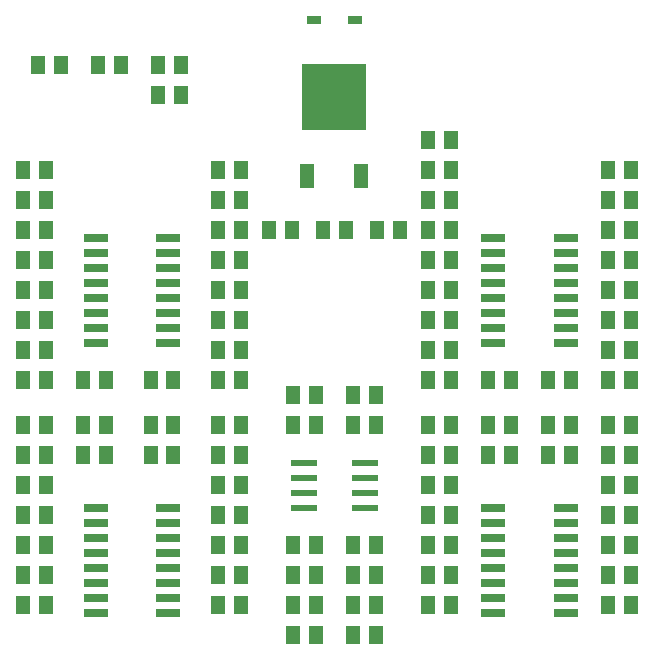
<source format=gbr>
G04 EAGLE Gerber RS-274X export*
G75*
%MOMM*%
%FSLAX34Y34*%
%LPD*%
%INSolderpaste Top*%
%IPPOS*%
%AMOC8*
5,1,8,0,0,1.08239X$1,22.5*%
G01*
%ADD10R,1.300000X1.500000*%
%ADD11R,1.200000X0.750000*%
%ADD12R,2.032000X0.660400*%
%ADD13R,2.200000X0.600000*%
%ADD14R,1.300000X2.150000*%
%ADD15R,5.500000X5.700000*%


D10*
X308000Y266700D03*
X327000Y266700D03*
X212700Y114300D03*
X193700Y114300D03*
X193700Y190500D03*
X212700Y190500D03*
X28600Y457200D03*
X47600Y457200D03*
X212700Y457200D03*
X193700Y457200D03*
X47600Y406400D03*
X28600Y406400D03*
X47600Y330200D03*
X28600Y330200D03*
X47600Y355600D03*
X28600Y355600D03*
X193700Y406400D03*
X212700Y406400D03*
X212700Y304800D03*
X193700Y304800D03*
X98400Y241300D03*
X79400Y241300D03*
X212700Y330200D03*
X193700Y330200D03*
X390500Y457200D03*
X371500Y457200D03*
X542900Y457200D03*
X523900Y457200D03*
X390500Y381000D03*
X371500Y381000D03*
X390500Y355600D03*
X371500Y355600D03*
X390500Y330200D03*
X371500Y330200D03*
X523900Y406400D03*
X542900Y406400D03*
X422300Y279400D03*
X441300Y279400D03*
X542900Y330200D03*
X523900Y330200D03*
X193700Y241300D03*
X212700Y241300D03*
X390500Y215900D03*
X371500Y215900D03*
X390500Y190500D03*
X371500Y190500D03*
X390500Y139700D03*
X371500Y139700D03*
X390500Y114300D03*
X371500Y114300D03*
X492100Y215900D03*
X473100Y215900D03*
X390500Y88900D03*
X371500Y88900D03*
X542900Y88900D03*
X523900Y88900D03*
X542900Y114300D03*
X523900Y114300D03*
X390500Y241300D03*
X371500Y241300D03*
X47600Y165100D03*
X28600Y165100D03*
X371500Y304800D03*
X390500Y304800D03*
X92100Y546100D03*
X111100Y546100D03*
X212700Y279400D03*
X193700Y279400D03*
X308000Y88900D03*
X327000Y88900D03*
X47600Y88900D03*
X28600Y88900D03*
X47600Y114300D03*
X28600Y114300D03*
X212700Y165100D03*
X193700Y165100D03*
X212700Y88900D03*
X193700Y88900D03*
D11*
X275100Y584200D03*
X309100Y584200D03*
D12*
X89916Y171450D03*
X89916Y158750D03*
X89916Y146050D03*
X89916Y133350D03*
X89916Y120650D03*
X89916Y107950D03*
X89916Y95250D03*
X89916Y82550D03*
X151384Y82550D03*
X151384Y95250D03*
X151384Y107950D03*
X151384Y120650D03*
X151384Y133350D03*
X151384Y146050D03*
X151384Y158750D03*
X151384Y171450D03*
X89916Y400050D03*
X89916Y387350D03*
X89916Y374650D03*
X89916Y361950D03*
X89916Y349250D03*
X89916Y336550D03*
X89916Y323850D03*
X89916Y311150D03*
X151384Y311150D03*
X151384Y323850D03*
X151384Y336550D03*
X151384Y349250D03*
X151384Y361950D03*
X151384Y374650D03*
X151384Y387350D03*
X151384Y400050D03*
X426466Y400050D03*
X426466Y387350D03*
X426466Y374650D03*
X426466Y361950D03*
X426466Y349250D03*
X426466Y336550D03*
X426466Y323850D03*
X426466Y311150D03*
X487934Y311150D03*
X487934Y323850D03*
X487934Y336550D03*
X487934Y349250D03*
X487934Y361950D03*
X487934Y374650D03*
X487934Y387350D03*
X487934Y400050D03*
X426466Y171450D03*
X426466Y158750D03*
X426466Y146050D03*
X426466Y133350D03*
X426466Y120650D03*
X426466Y107950D03*
X426466Y95250D03*
X426466Y82550D03*
X487934Y82550D03*
X487934Y95250D03*
X487934Y107950D03*
X487934Y120650D03*
X487934Y133350D03*
X487934Y146050D03*
X487934Y158750D03*
X487934Y171450D03*
D13*
X266100Y196850D03*
X318100Y196850D03*
X266100Y209550D03*
X266100Y184150D03*
X266100Y171450D03*
X318100Y209550D03*
X318100Y184150D03*
X318100Y171450D03*
D14*
X269250Y452800D03*
D15*
X292100Y519450D03*
D14*
X314950Y452800D03*
D10*
X257200Y266700D03*
X276200Y266700D03*
X28600Y139700D03*
X47600Y139700D03*
X47600Y304800D03*
X28600Y304800D03*
X28600Y215900D03*
X47600Y215900D03*
X212700Y215900D03*
X193700Y215900D03*
X28600Y190500D03*
X47600Y190500D03*
X28600Y431800D03*
X47600Y431800D03*
X212700Y431800D03*
X193700Y431800D03*
X212700Y381000D03*
X193700Y381000D03*
X28600Y381000D03*
X47600Y381000D03*
X28600Y279400D03*
X47600Y279400D03*
X327000Y241300D03*
X308000Y241300D03*
X193700Y355600D03*
X212700Y355600D03*
X136550Y279400D03*
X155550Y279400D03*
X98400Y279400D03*
X79400Y279400D03*
X371500Y431800D03*
X390500Y431800D03*
X371500Y406400D03*
X390500Y406400D03*
X542900Y431800D03*
X523900Y431800D03*
X542900Y381000D03*
X523900Y381000D03*
X371500Y482600D03*
X390500Y482600D03*
X523900Y355600D03*
X542900Y355600D03*
X523900Y304800D03*
X542900Y304800D03*
X276200Y241300D03*
X257200Y241300D03*
X542900Y165100D03*
X523900Y165100D03*
X542900Y190500D03*
X523900Y190500D03*
X542900Y215900D03*
X523900Y215900D03*
X422300Y215900D03*
X441300Y215900D03*
X371500Y165100D03*
X390500Y165100D03*
X441300Y241300D03*
X422300Y241300D03*
X473100Y241300D03*
X492100Y241300D03*
X523900Y279400D03*
X542900Y279400D03*
X473100Y279400D03*
X492100Y279400D03*
X542900Y241300D03*
X523900Y241300D03*
X193700Y139700D03*
X212700Y139700D03*
X371500Y279400D03*
X390500Y279400D03*
X282600Y406400D03*
X301600Y406400D03*
X161900Y546100D03*
X142900Y546100D03*
X236880Y406400D03*
X255880Y406400D03*
X327000Y114300D03*
X308000Y114300D03*
X276200Y114300D03*
X257200Y114300D03*
X276200Y88900D03*
X257200Y88900D03*
X308000Y63500D03*
X327000Y63500D03*
X276200Y63500D03*
X257200Y63500D03*
X136550Y241300D03*
X155550Y241300D03*
X327000Y139700D03*
X308000Y139700D03*
X276200Y139700D03*
X257200Y139700D03*
X98400Y215900D03*
X79400Y215900D03*
X142900Y520700D03*
X161900Y520700D03*
X328320Y406400D03*
X347320Y406400D03*
X28600Y241300D03*
X47600Y241300D03*
X155550Y215900D03*
X136550Y215900D03*
X60300Y546100D03*
X41300Y546100D03*
X542900Y139700D03*
X523900Y139700D03*
M02*

</source>
